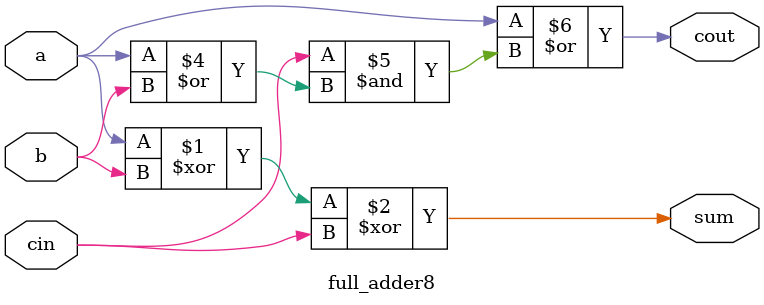
<source format=v>
module full_adder8(a,b,cin,sum,cout);
input a,b,cin;
output sum,cout;
assign sum = a^b^cin;
assign cout = a&1'b1|cin&(a|b); 
// initial begin
//     $display("The incorrect adder with and0 having in2/1");
// end   
endmodule
</source>
